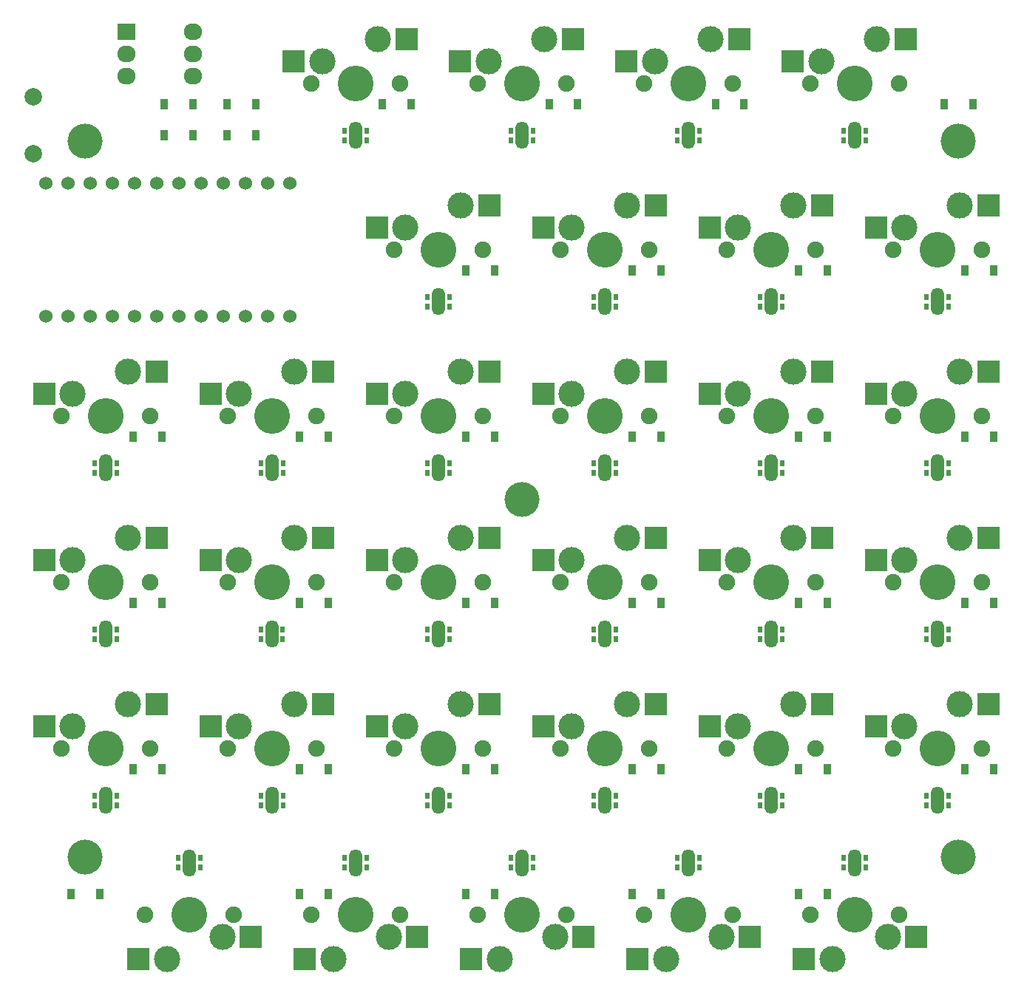
<source format=gbr>
%TF.GenerationSoftware,KiCad,Pcbnew,(5.1.9)-1*%
%TF.CreationDate,2021-05-29T17:03:01+09:00*%
%TF.ProjectId,yuiop31rs-r2,7975696f-7033-4317-9273-2d72322e6b69,1*%
%TF.SameCoordinates,Original*%
%TF.FileFunction,Soldermask,Bot*%
%TF.FilePolarity,Negative*%
%FSLAX46Y46*%
G04 Gerber Fmt 4.6, Leading zero omitted, Abs format (unit mm)*
G04 Created by KiCad (PCBNEW (5.1.9)-1) date 2021-05-29 17:03:01*
%MOMM*%
%LPD*%
G01*
G04 APERTURE LIST*
%ADD10O,1.500000X3.150000*%
%ADD11R,0.600000X0.700000*%
%ADD12C,1.000000*%
%ADD13C,3.000000*%
%ADD14R,2.550000X2.500000*%
%ADD15C,4.100000*%
%ADD16C,1.900000*%
%ADD17C,4.000000*%
%ADD18R,0.900000X1.200000*%
%ADD19C,1.524000*%
%ADD20O,2.100000X1.900000*%
%ADD21R,2.100000X1.900000*%
%ADD22C,2.000000*%
G04 APERTURE END LIST*
D10*
%TO.C,LED9*%
X102375000Y-96428100D03*
D11*
X101125000Y-95878100D03*
X101125000Y-96978100D03*
X103625000Y-96978100D03*
X103625000Y-95878100D03*
%TD*%
D10*
%TO.C,LED31*%
X111900000Y-141672000D03*
D11*
X113150000Y-142222000D03*
X113150000Y-141122000D03*
X110650000Y-141122000D03*
X110650000Y-142222000D03*
%TD*%
D10*
%TO.C,LED30*%
X130950000Y-141672000D03*
D11*
X132200000Y-142222000D03*
X132200000Y-141122000D03*
X129700000Y-141122000D03*
X129700000Y-142222000D03*
%TD*%
D10*
%TO.C,LED29*%
X150000000Y-141672000D03*
D11*
X151250000Y-142222000D03*
X151250000Y-141122000D03*
X148750000Y-141122000D03*
X148750000Y-142222000D03*
%TD*%
D10*
%TO.C,LED28*%
X169050000Y-141672000D03*
D11*
X170300000Y-142222000D03*
X170300000Y-141122000D03*
X167800000Y-141122000D03*
X167800000Y-142222000D03*
%TD*%
D10*
%TO.C,LED27*%
X188100000Y-141672000D03*
D11*
X189350000Y-142222000D03*
X189350000Y-141122000D03*
X186850000Y-141122000D03*
X186850000Y-142222000D03*
%TD*%
D10*
%TO.C,LED26*%
X197625000Y-134528000D03*
D11*
X196375000Y-133978000D03*
X196375000Y-135078000D03*
X198875000Y-135078000D03*
X198875000Y-133978000D03*
%TD*%
D10*
%TO.C,LED25*%
X178575000Y-134528000D03*
D11*
X177325000Y-133978000D03*
X177325000Y-135078000D03*
X179825000Y-135078000D03*
X179825000Y-133978000D03*
%TD*%
D10*
%TO.C,LED24*%
X159525000Y-134528000D03*
D11*
X158275000Y-133978000D03*
X158275000Y-135078000D03*
X160775000Y-135078000D03*
X160775000Y-133978000D03*
%TD*%
D10*
%TO.C,LED23*%
X140475000Y-134528000D03*
D11*
X139225000Y-133978000D03*
X139225000Y-135078000D03*
X141725000Y-135078000D03*
X141725000Y-133978000D03*
%TD*%
D10*
%TO.C,LED22*%
X121425000Y-134528000D03*
D11*
X120175000Y-133978000D03*
X120175000Y-135078000D03*
X122675000Y-135078000D03*
X122675000Y-133978000D03*
%TD*%
D10*
%TO.C,LED21*%
X102375000Y-134528000D03*
D11*
X101125000Y-133978000D03*
X101125000Y-135078000D03*
X103625000Y-135078000D03*
X103625000Y-133978000D03*
%TD*%
D10*
%TO.C,LED20*%
X102375000Y-115478000D03*
D11*
X103625000Y-116028000D03*
X103625000Y-114928000D03*
X101125000Y-114928000D03*
X101125000Y-116028000D03*
%TD*%
D10*
%TO.C,LED19*%
X121369000Y-115478000D03*
D11*
X122619000Y-116028000D03*
X122619000Y-114928000D03*
X120119000Y-114928000D03*
X120119000Y-116028000D03*
%TD*%
D10*
%TO.C,LED18*%
X140475000Y-115478000D03*
D11*
X141725000Y-116028000D03*
X141725000Y-114928000D03*
X139225000Y-114928000D03*
X139225000Y-116028000D03*
%TD*%
D10*
%TO.C,LED17*%
X159525000Y-115478000D03*
D11*
X160775000Y-116028000D03*
X160775000Y-114928000D03*
X158275000Y-114928000D03*
X158275000Y-116028000D03*
%TD*%
D10*
%TO.C,LED16*%
X178575000Y-115478000D03*
D11*
X179825000Y-116028000D03*
X179825000Y-114928000D03*
X177325000Y-114928000D03*
X177325000Y-116028000D03*
%TD*%
D10*
%TO.C,LED15*%
X197625000Y-115478000D03*
D11*
X198875000Y-116028000D03*
X198875000Y-114928000D03*
X196375000Y-114928000D03*
X196375000Y-116028000D03*
%TD*%
D10*
%TO.C,LED14*%
X197625000Y-96428100D03*
D11*
X196375000Y-95878100D03*
X196375000Y-96978100D03*
X198875000Y-96978100D03*
X198875000Y-95878100D03*
%TD*%
D10*
%TO.C,LED13*%
X178575000Y-96428100D03*
D11*
X177325000Y-95878100D03*
X177325000Y-96978100D03*
X179825000Y-96978100D03*
X179825000Y-95878100D03*
%TD*%
D10*
%TO.C,LED12*%
X159525000Y-96428100D03*
D11*
X158275000Y-95878100D03*
X158275000Y-96978100D03*
X160775000Y-96978100D03*
X160775000Y-95878100D03*
%TD*%
D10*
%TO.C,LED11*%
X140475000Y-96428100D03*
D11*
X139225000Y-95878100D03*
X139225000Y-96978100D03*
X141725000Y-96978100D03*
X141725000Y-95878100D03*
%TD*%
D10*
%TO.C,LED10*%
X121425000Y-96428100D03*
D11*
X120175000Y-95878100D03*
X120175000Y-96978100D03*
X122675000Y-96978100D03*
X122675000Y-95878100D03*
%TD*%
D10*
%TO.C,LED8*%
X140475000Y-77378000D03*
D11*
X141725000Y-77928000D03*
X141725000Y-76828000D03*
X139225000Y-76828000D03*
X139225000Y-77928000D03*
%TD*%
D10*
%TO.C,LED7*%
X159525000Y-77378000D03*
D11*
X160775000Y-77928000D03*
X160775000Y-76828000D03*
X158275000Y-76828000D03*
X158275000Y-77928000D03*
%TD*%
D10*
%TO.C,LED6*%
X178575000Y-77378000D03*
D11*
X179825000Y-77928000D03*
X179825000Y-76828000D03*
X177325000Y-76828000D03*
X177325000Y-77928000D03*
%TD*%
D10*
%TO.C,LED5*%
X197625000Y-77378000D03*
D11*
X198875000Y-77928000D03*
X198875000Y-76828000D03*
X196375000Y-76828000D03*
X196375000Y-77928000D03*
%TD*%
D10*
%TO.C,LED4*%
X188100000Y-58327900D03*
D11*
X186850000Y-57777900D03*
X186850000Y-58877900D03*
X189350000Y-58877900D03*
X189350000Y-57777900D03*
%TD*%
D10*
%TO.C,LED3*%
X169050000Y-58327900D03*
D11*
X167800000Y-57777900D03*
X167800000Y-58877900D03*
X170300000Y-58877900D03*
X170300000Y-57777900D03*
%TD*%
D10*
%TO.C,LED2*%
X150000000Y-58327900D03*
D11*
X148750000Y-57777900D03*
X148750000Y-58877900D03*
X151250000Y-58877900D03*
X151250000Y-57777900D03*
%TD*%
D10*
%TO.C,LED1*%
X130950000Y-58327900D03*
D11*
X129700000Y-57777900D03*
X129700000Y-58877900D03*
X132200000Y-58877900D03*
X132200000Y-57777900D03*
%TD*%
D12*
%TO.C,SW31*%
X182258000Y-152705000D03*
X195185000Y-150165000D03*
D13*
X191910000Y-150165000D03*
X185560000Y-152705000D03*
D14*
X195185000Y-150165000D03*
D15*
X188100000Y-147625000D03*
D16*
X183020000Y-147625000D03*
X193180000Y-147625000D03*
D14*
X182258000Y-152705000D03*
%TD*%
D12*
%TO.C,SW30*%
X163208000Y-152705000D03*
X176135000Y-150165000D03*
D13*
X172860000Y-150165000D03*
X166510000Y-152705000D03*
D14*
X176135000Y-150165000D03*
D15*
X169050000Y-147625000D03*
D16*
X163970000Y-147625000D03*
X174130000Y-147625000D03*
D14*
X163208000Y-152705000D03*
%TD*%
D12*
%TO.C,SW29*%
X144158000Y-152705000D03*
X157085000Y-150165000D03*
D13*
X153810000Y-150165000D03*
X147460000Y-152705000D03*
D14*
X157085000Y-150165000D03*
D15*
X150000000Y-147625000D03*
D16*
X144920000Y-147625000D03*
X155080000Y-147625000D03*
D14*
X144158000Y-152705000D03*
%TD*%
D12*
%TO.C,SW28*%
X125108000Y-152705000D03*
X138035000Y-150165000D03*
D13*
X134760000Y-150165000D03*
X128410000Y-152705000D03*
D14*
X138035000Y-150165000D03*
D15*
X130950000Y-147625000D03*
D16*
X125870000Y-147625000D03*
X136030000Y-147625000D03*
D14*
X125108000Y-152705000D03*
%TD*%
D12*
%TO.C,SW27*%
X106058000Y-152705000D03*
X118985000Y-150165000D03*
D13*
X115710000Y-150165000D03*
X109360000Y-152705000D03*
D14*
X118985000Y-150165000D03*
D15*
X111900000Y-147625000D03*
D16*
X106820000Y-147625000D03*
X116980000Y-147625000D03*
D14*
X106058000Y-152705000D03*
%TD*%
D12*
%TO.C,SW26*%
X203467000Y-123495000D03*
X190540000Y-126035000D03*
D13*
X193815000Y-126035000D03*
X200165000Y-123495000D03*
D14*
X190540000Y-126035000D03*
D15*
X197625000Y-128575000D03*
D16*
X202705000Y-128575000D03*
X192545000Y-128575000D03*
D14*
X203467000Y-123495000D03*
%TD*%
D12*
%TO.C,SW25*%
X184417000Y-123495000D03*
X171490000Y-126035000D03*
D13*
X174765000Y-126035000D03*
X181115000Y-123495000D03*
D14*
X171490000Y-126035000D03*
D15*
X178575000Y-128575000D03*
D16*
X183655000Y-128575000D03*
X173495000Y-128575000D03*
D14*
X184417000Y-123495000D03*
%TD*%
D12*
%TO.C,SW24*%
X165367000Y-123495000D03*
X152440000Y-126035000D03*
D13*
X155715000Y-126035000D03*
X162065000Y-123495000D03*
D14*
X152440000Y-126035000D03*
D15*
X159525000Y-128575000D03*
D16*
X164605000Y-128575000D03*
X154445000Y-128575000D03*
D14*
X165367000Y-123495000D03*
%TD*%
D12*
%TO.C,SW23*%
X146317000Y-123495000D03*
X133390000Y-126035000D03*
D13*
X136665000Y-126035000D03*
X143015000Y-123495000D03*
D14*
X133390000Y-126035000D03*
D15*
X140475000Y-128575000D03*
D16*
X145555000Y-128575000D03*
X135395000Y-128575000D03*
D14*
X146317000Y-123495000D03*
%TD*%
D12*
%TO.C,SW22*%
X127267000Y-123495000D03*
X114340000Y-126035000D03*
D13*
X117615000Y-126035000D03*
X123965000Y-123495000D03*
D14*
X114340000Y-126035000D03*
D15*
X121425000Y-128575000D03*
D16*
X126505000Y-128575000D03*
X116345000Y-128575000D03*
D14*
X127267000Y-123495000D03*
%TD*%
D12*
%TO.C,SW21*%
X108217000Y-123495000D03*
X95290000Y-126035000D03*
D13*
X98565000Y-126035000D03*
X104915000Y-123495000D03*
D14*
X95290000Y-126035000D03*
D15*
X102375000Y-128575000D03*
D16*
X107455000Y-128575000D03*
X97295000Y-128575000D03*
D14*
X108217000Y-123495000D03*
%TD*%
D12*
%TO.C,SW20*%
X203467000Y-104445000D03*
X190540000Y-106985000D03*
D13*
X193815000Y-106985000D03*
X200165000Y-104445000D03*
D14*
X190540000Y-106985000D03*
D15*
X197625000Y-109525000D03*
D16*
X202705000Y-109525000D03*
X192545000Y-109525000D03*
D14*
X203467000Y-104445000D03*
%TD*%
D12*
%TO.C,SW19*%
X184417000Y-104445000D03*
X171490000Y-106985000D03*
D13*
X174765000Y-106985000D03*
X181115000Y-104445000D03*
D14*
X171490000Y-106985000D03*
D15*
X178575000Y-109525000D03*
D16*
X183655000Y-109525000D03*
X173495000Y-109525000D03*
D14*
X184417000Y-104445000D03*
%TD*%
D12*
%TO.C,SW18*%
X165367000Y-104445000D03*
X152440000Y-106985000D03*
D13*
X155715000Y-106985000D03*
X162065000Y-104445000D03*
D14*
X152440000Y-106985000D03*
D15*
X159525000Y-109525000D03*
D16*
X164605000Y-109525000D03*
X154445000Y-109525000D03*
D14*
X165367000Y-104445000D03*
%TD*%
D12*
%TO.C,SW17*%
X146317000Y-104445000D03*
X133390000Y-106985000D03*
D13*
X136665000Y-106985000D03*
X143015000Y-104445000D03*
D14*
X133390000Y-106985000D03*
D15*
X140475000Y-109525000D03*
D16*
X145555000Y-109525000D03*
X135395000Y-109525000D03*
D14*
X146317000Y-104445000D03*
%TD*%
D12*
%TO.C,SW16*%
X127267000Y-104445000D03*
X114340000Y-106985000D03*
D13*
X117615000Y-106985000D03*
X123965000Y-104445000D03*
D14*
X114340000Y-106985000D03*
D15*
X121425000Y-109525000D03*
D16*
X126505000Y-109525000D03*
X116345000Y-109525000D03*
D14*
X127267000Y-104445000D03*
%TD*%
D12*
%TO.C,SW15*%
X108217000Y-104445000D03*
X95290000Y-106985000D03*
D13*
X98565000Y-106985000D03*
X104915000Y-104445000D03*
D14*
X95290000Y-106985000D03*
D15*
X102375000Y-109525000D03*
D16*
X107455000Y-109525000D03*
X97295000Y-109525000D03*
D14*
X108217000Y-104445000D03*
%TD*%
D12*
%TO.C,SW14*%
X203467000Y-85395000D03*
X190540000Y-87935000D03*
D13*
X193815000Y-87935000D03*
X200165000Y-85395000D03*
D14*
X190540000Y-87935000D03*
D15*
X197625000Y-90475000D03*
D16*
X202705000Y-90475000D03*
X192545000Y-90475000D03*
D14*
X203467000Y-85395000D03*
%TD*%
D12*
%TO.C,SW13*%
X184417000Y-85395000D03*
X171490000Y-87935000D03*
D13*
X174765000Y-87935000D03*
X181115000Y-85395000D03*
D14*
X171490000Y-87935000D03*
D15*
X178575000Y-90475000D03*
D16*
X183655000Y-90475000D03*
X173495000Y-90475000D03*
D14*
X184417000Y-85395000D03*
%TD*%
D12*
%TO.C,SW12*%
X165367000Y-85395000D03*
X152440000Y-87935000D03*
D13*
X155715000Y-87935000D03*
X162065000Y-85395000D03*
D14*
X152440000Y-87935000D03*
D15*
X159525000Y-90475000D03*
D16*
X164605000Y-90475000D03*
X154445000Y-90475000D03*
D14*
X165367000Y-85395000D03*
%TD*%
D12*
%TO.C,SW11*%
X146317000Y-85395000D03*
X133390000Y-87935000D03*
D13*
X136665000Y-87935000D03*
X143015000Y-85395000D03*
D14*
X133390000Y-87935000D03*
D15*
X140475000Y-90475000D03*
D16*
X145555000Y-90475000D03*
X135395000Y-90475000D03*
D14*
X146317000Y-85395000D03*
%TD*%
D12*
%TO.C,SW10*%
X127267000Y-85395000D03*
X114340000Y-87935000D03*
D13*
X117615000Y-87935000D03*
X123965000Y-85395000D03*
D14*
X114340000Y-87935000D03*
D15*
X121425000Y-90475000D03*
D16*
X126505000Y-90475000D03*
X116345000Y-90475000D03*
D14*
X127267000Y-85395000D03*
%TD*%
D12*
%TO.C,SW9*%
X108217000Y-85395000D03*
X95290000Y-87935000D03*
D13*
X98565000Y-87935000D03*
X104915000Y-85395000D03*
D14*
X95290000Y-87935000D03*
D15*
X102375000Y-90475000D03*
D16*
X107455000Y-90475000D03*
X97295000Y-90475000D03*
D14*
X108217000Y-85395000D03*
%TD*%
D12*
%TO.C,SW8*%
X203467000Y-66344900D03*
X190540000Y-68884900D03*
D13*
X193815000Y-68884900D03*
X200165000Y-66344900D03*
D14*
X190540000Y-68884900D03*
D15*
X197625000Y-71424900D03*
D16*
X202705000Y-71424900D03*
X192545000Y-71424900D03*
D14*
X203467000Y-66344900D03*
%TD*%
D12*
%TO.C,SW7*%
X184417000Y-66344900D03*
X171490000Y-68884900D03*
D13*
X174765000Y-68884900D03*
X181115000Y-66344900D03*
D14*
X171490000Y-68884900D03*
D15*
X178575000Y-71424900D03*
D16*
X183655000Y-71424900D03*
X173495000Y-71424900D03*
D14*
X184417000Y-66344900D03*
%TD*%
D12*
%TO.C,SW6*%
X165367000Y-66344900D03*
X152440000Y-68884900D03*
D13*
X155715000Y-68884900D03*
X162065000Y-66344900D03*
D14*
X152440000Y-68884900D03*
D15*
X159525000Y-71424900D03*
D16*
X164605000Y-71424900D03*
X154445000Y-71424900D03*
D14*
X165367000Y-66344900D03*
%TD*%
D12*
%TO.C,SW5*%
X146317000Y-66344900D03*
X133390000Y-68884900D03*
D13*
X136665000Y-68884900D03*
X143015000Y-66344900D03*
D14*
X133390000Y-68884900D03*
D15*
X140475000Y-71424900D03*
D16*
X145555000Y-71424900D03*
X135395000Y-71424900D03*
D14*
X146317000Y-66344900D03*
%TD*%
D12*
%TO.C,SW4*%
X193942000Y-47294800D03*
X181015000Y-49834800D03*
D13*
X184290000Y-49834800D03*
X190640000Y-47294800D03*
D14*
X181015000Y-49834800D03*
D15*
X188100000Y-52374800D03*
D16*
X193180000Y-52374800D03*
X183020000Y-52374800D03*
D14*
X193942000Y-47294800D03*
%TD*%
D12*
%TO.C,SW3*%
X174892000Y-47294800D03*
X161965000Y-49834800D03*
D13*
X165240000Y-49834800D03*
X171590000Y-47294800D03*
D14*
X161965000Y-49834800D03*
D15*
X169050000Y-52374800D03*
D16*
X174130000Y-52374800D03*
X163970000Y-52374800D03*
D14*
X174892000Y-47294800D03*
%TD*%
D12*
%TO.C,SW2*%
X155842000Y-47294800D03*
X142915000Y-49834800D03*
D13*
X146190000Y-49834800D03*
X152540000Y-47294800D03*
D14*
X142915000Y-49834800D03*
D15*
X150000000Y-52374800D03*
D16*
X155080000Y-52374800D03*
X144920000Y-52374800D03*
D14*
X155842000Y-47294800D03*
%TD*%
D12*
%TO.C,SW1*%
X136792000Y-47294800D03*
X123865000Y-49834800D03*
D13*
X127140000Y-49834800D03*
X133490000Y-47294800D03*
D14*
X123865000Y-49834800D03*
D15*
X130950000Y-52374800D03*
D16*
X136030000Y-52374800D03*
X125870000Y-52374800D03*
D14*
X136792000Y-47294800D03*
%TD*%
D17*
%TO.C,HOLE5*%
X150000000Y-100000000D03*
%TD*%
%TO.C,HOLE4*%
X200000000Y-141000000D03*
%TD*%
%TO.C,HOLE3*%
X100000000Y-141000000D03*
%TD*%
%TO.C,HOLE2*%
X200000000Y-59000000D03*
%TD*%
%TO.C,HOLE1*%
X100000000Y-59000000D03*
%TD*%
D18*
%TO.C,D35*%
X119503000Y-58327900D03*
X116203000Y-58327900D03*
%TD*%
%TO.C,D34*%
X119503000Y-54756100D03*
X116203000Y-54756100D03*
%TD*%
%TO.C,D33*%
X112359000Y-58327900D03*
X109059000Y-58327900D03*
%TD*%
%TO.C,D32*%
X112359000Y-54756100D03*
X109059000Y-54756100D03*
%TD*%
D19*
%TO.C,U1*%
X95522000Y-79033500D03*
X98062000Y-79033500D03*
X100602000Y-79033500D03*
X103142000Y-79033500D03*
X105682000Y-79033500D03*
X108222000Y-79033500D03*
X110762000Y-79033500D03*
X113302000Y-79033500D03*
X115842000Y-79033500D03*
X118382000Y-79033500D03*
X120922000Y-79033500D03*
X123462000Y-79033500D03*
X123462000Y-63813500D03*
X120922000Y-63813500D03*
X118382000Y-63813500D03*
X115842000Y-63813500D03*
X113302000Y-63813500D03*
X110762000Y-63813500D03*
X108222000Y-63813500D03*
X105682000Y-63813500D03*
X103142000Y-63813500D03*
X100602000Y-63813500D03*
X98062000Y-63813500D03*
X95522000Y-63813500D03*
%TD*%
D20*
%TO.C,ROT_SW1*%
X112376000Y-51501700D03*
X104756000Y-51501700D03*
X112376000Y-48961700D03*
X104756000Y-48961700D03*
X112376000Y-46421700D03*
D21*
X104756000Y-46421700D03*
%TD*%
D22*
%TO.C,RESET_SW1*%
X94040400Y-60387300D03*
X94040400Y-53887300D03*
%TD*%
D18*
%TO.C,D31*%
X184988000Y-145244000D03*
X181688000Y-145244000D03*
%TD*%
%TO.C,D30*%
X165938000Y-145244000D03*
X162638000Y-145244000D03*
%TD*%
%TO.C,D29*%
X146887000Y-145244000D03*
X143587000Y-145244000D03*
%TD*%
%TO.C,D28*%
X127837000Y-145244000D03*
X124537000Y-145244000D03*
%TD*%
%TO.C,D27*%
X101643500Y-145244000D03*
X98343500Y-145244000D03*
%TD*%
%TO.C,D26*%
X204038000Y-130956000D03*
X200738000Y-130956000D03*
%TD*%
%TO.C,D25*%
X184988000Y-130956000D03*
X181688000Y-130956000D03*
%TD*%
%TO.C,D24*%
X165938000Y-130956000D03*
X162638000Y-130956000D03*
%TD*%
%TO.C,D23*%
X146887000Y-130956000D03*
X143587000Y-130956000D03*
%TD*%
%TO.C,D22*%
X127837000Y-130956000D03*
X124537000Y-130956000D03*
%TD*%
%TO.C,D21*%
X108787000Y-130956000D03*
X105487000Y-130956000D03*
%TD*%
%TO.C,D20*%
X204038000Y-111906000D03*
X200738000Y-111906000D03*
%TD*%
%TO.C,D19*%
X184988000Y-111906000D03*
X181688000Y-111906000D03*
%TD*%
%TO.C,D18*%
X165938000Y-111906000D03*
X162638000Y-111906000D03*
%TD*%
%TO.C,D17*%
X146887000Y-111906000D03*
X143587000Y-111906000D03*
%TD*%
%TO.C,D16*%
X127837000Y-111906000D03*
X124537000Y-111906000D03*
%TD*%
%TO.C,D15*%
X108787000Y-111906000D03*
X105487000Y-111906000D03*
%TD*%
%TO.C,D14*%
X204038000Y-92856200D03*
X200738000Y-92856200D03*
%TD*%
%TO.C,D13*%
X184988000Y-92856200D03*
X181688000Y-92856200D03*
%TD*%
%TO.C,D12*%
X165938000Y-92856200D03*
X162638000Y-92856200D03*
%TD*%
%TO.C,D11*%
X146887000Y-92856200D03*
X143587000Y-92856200D03*
%TD*%
%TO.C,D10*%
X127837000Y-92856200D03*
X124537000Y-92856200D03*
%TD*%
%TO.C,D9*%
X108787000Y-92856200D03*
X105487000Y-92856200D03*
%TD*%
%TO.C,D8*%
X204038000Y-73806100D03*
X200738000Y-73806100D03*
%TD*%
%TO.C,D7*%
X184988000Y-73806100D03*
X181688000Y-73806100D03*
%TD*%
%TO.C,D6*%
X165938000Y-73806100D03*
X162638000Y-73806100D03*
%TD*%
%TO.C,D5*%
X146887000Y-73806100D03*
X143587000Y-73806100D03*
%TD*%
%TO.C,D4*%
X201656000Y-54756100D03*
X198356000Y-54756100D03*
%TD*%
%TO.C,D3*%
X175463000Y-54756100D03*
X172163000Y-54756100D03*
%TD*%
%TO.C,D2*%
X156413000Y-54756100D03*
X153113000Y-54756100D03*
%TD*%
%TO.C,D1*%
X137362000Y-54756100D03*
X134062000Y-54756100D03*
%TD*%
M02*

</source>
